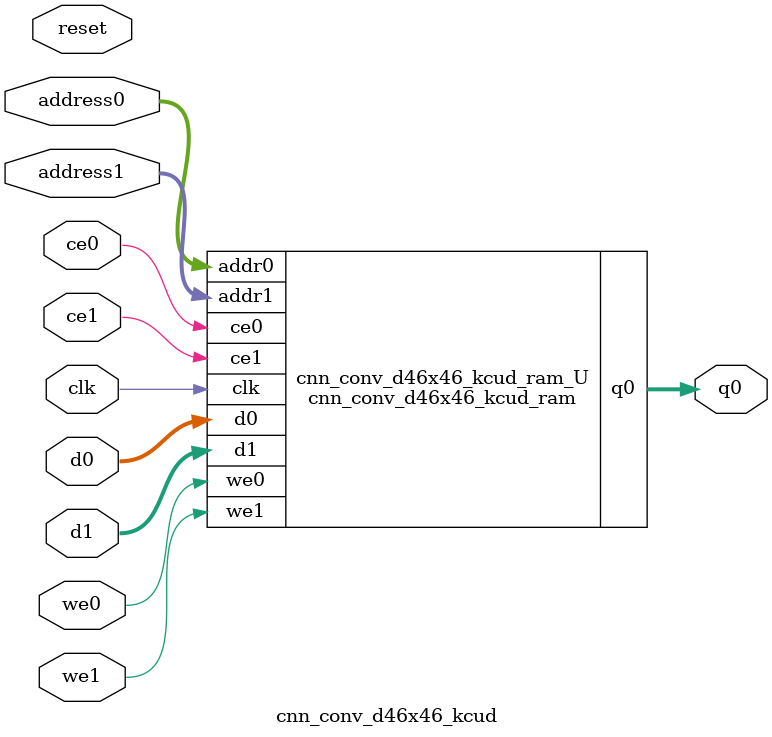
<source format=v>

`timescale 1 ns / 1 ps
module cnn_conv_d46x46_kcud_ram (addr0, ce0, d0, we0, q0, addr1, ce1, d1, we1,  clk);

parameter DWIDTH = 32;
parameter AWIDTH = 6;
parameter MEM_SIZE = 46;

input[AWIDTH-1:0] addr0;
input ce0;
input[DWIDTH-1:0] d0;
input we0;
output reg[DWIDTH-1:0] q0;
input[AWIDTH-1:0] addr1;
input ce1;
input[DWIDTH-1:0] d1;
input we1;
input clk;

(* ram_style = "block" *)reg [DWIDTH-1:0] ram[0:MEM_SIZE-1];




always @(posedge clk)  
begin 
    if (ce0) 
    begin
        if (we0) 
        begin 
            ram[addr0] <= d0; 
            q0 <= d0;
        end 
        else 
            q0 <= ram[addr0];
    end
end


always @(posedge clk)  
begin 
    if (ce1) 
    begin
        if (we1) 
        begin 
            ram[addr1] <= d1; 
        end 
    end
end


endmodule


`timescale 1 ns / 1 ps
module cnn_conv_d46x46_kcud(
    reset,
    clk,
    address0,
    ce0,
    we0,
    d0,
    q0,
    address1,
    ce1,
    we1,
    d1);

parameter DataWidth = 32'd32;
parameter AddressRange = 32'd46;
parameter AddressWidth = 32'd6;
input reset;
input clk;
input[AddressWidth - 1:0] address0;
input ce0;
input we0;
input[DataWidth - 1:0] d0;
output[DataWidth - 1:0] q0;
input[AddressWidth - 1:0] address1;
input ce1;
input we1;
input[DataWidth - 1:0] d1;



cnn_conv_d46x46_kcud_ram cnn_conv_d46x46_kcud_ram_U(
    .clk( clk ),
    .addr0( address0 ),
    .ce0( ce0 ),
    .d0( d0 ),
    .we0( we0 ),
    .q0( q0 ),
    .addr1( address1 ),
    .ce1( ce1 ),
    .d1( d1 ),
    .we1( we1 ));

endmodule


</source>
